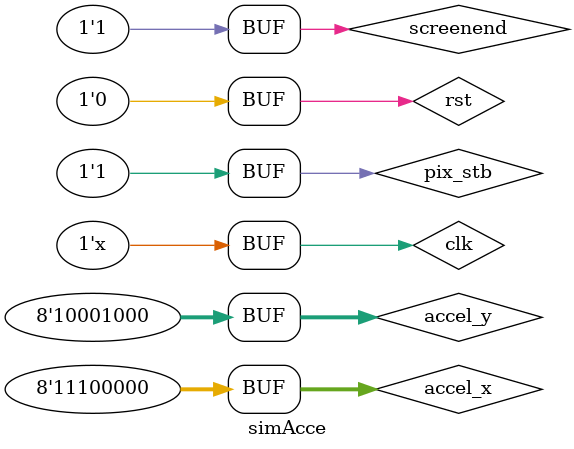
<source format=v>
module simAcce();
reg clk,rst;
reg [7:0]accel_x,accel_y;
wire [9:0]pl_x,pl_y;
reg pix_stb=1,screenend=1;

initial begin
    rst=0;
    clk=0;
    accel_x=0;
    accel_y=0;
    #50 accel_x=-32;
    accel_y=-120;
end
always #5 clk=~clk;

accelBallMove #(
    .SPRITE_PL_X(250),
    .SPRITE_PL_Y(130))
    test1(
    .CLK(clk),
    .rst(rst),
    .pix_stb(pix_stb),
    .screenend(screenend),
    .accel_x(accel_x),
    .accel_y(accel_y),
    .pl_x(pl_x),
    .pl_y(pl_y)
);

endmodule
</source>
